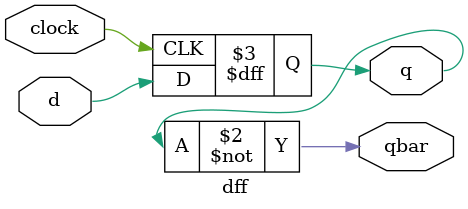
<source format=v>
`timescale 1ps/1ps
module dff(qbar,q,d,clock);
input d,clock;
output qbar;
output reg q; // To assign valus to qbar, q values must be stored
always@(posedge clock) begin
q<=d;
end
assign qbar= ~q;
endmodule

</source>
